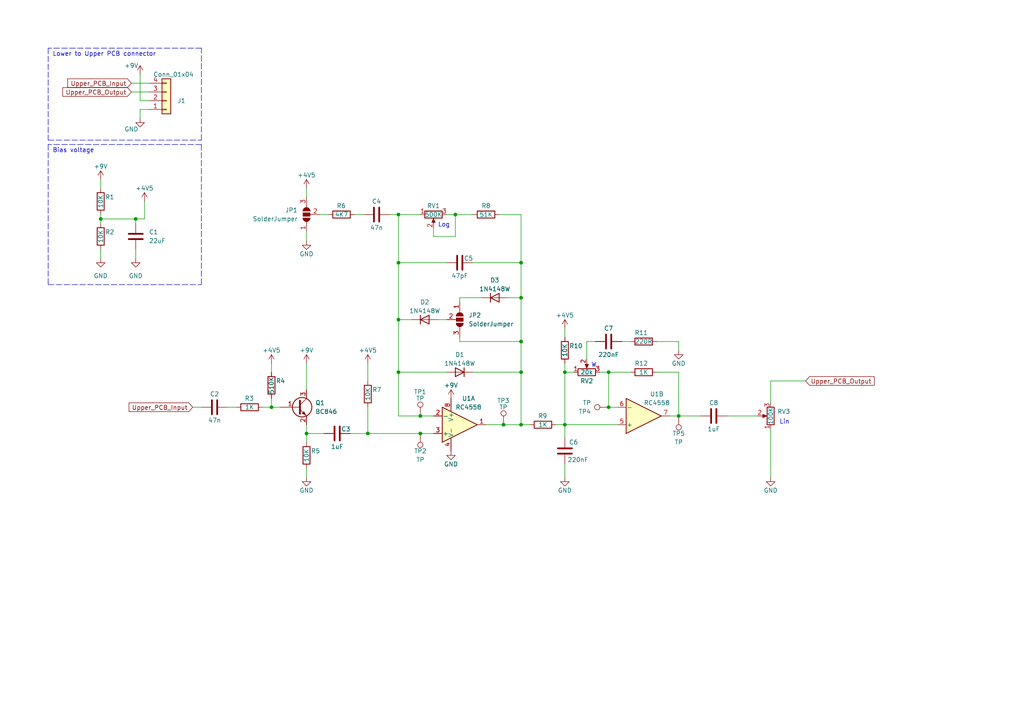
<source format=kicad_sch>
(kicad_sch (version 20211123) (generator eeschema)
  (paper "A4")
  (title_block (title "PedalDev_UpperRaw") (date "2022-02-21") (company "Binary-6"))
  (lib_symbols
    (symbol "+4V5_1" (power) (pin_names (offset 0))
      (property "Value" "+4V5_1" (at 0 3.556 0))
      (symbol "+4V5_1_0_1"
        (polyline (pts (xy -0.762 1.27) (xy 0 2.54)))
        (polyline (pts (xy 0 0) (xy 0 2.54)))
        (polyline (pts (xy 0 2.54) (xy 0.762 1.27)))
      )
      (symbol "+4V5_1_1_1"
        (pin power_in line (at 0 0 90) (length 0) hide (name "+4V5") (number "1"))
      )
    )
    (symbol "+4V5_2" (power) (pin_names (offset 0))
      (property "Value" "+4V5_2" (at 0 3.556 0))
      (symbol "+4V5_2_0_1"
        (polyline (pts (xy -0.762 1.27) (xy 0 2.54)))
        (polyline (pts (xy 0 0) (xy 0 2.54)))
        (polyline (pts (xy 0 2.54) (xy 0.762 1.27)))
      )
      (symbol "+4V5_2_1_1"
        (pin power_in line (at 0 0 90) (length 0) hide (name "+4V5") (number "1"))
      )
    )
    (symbol "+4V5_3" (power) (pin_names (offset 0))
      (property "Value" "+4V5_3" (at 0 3.556 0))
      (symbol "+4V5_3_0_1"
        (polyline (pts (xy -0.762 1.27) (xy 0 2.54)))
        (polyline (pts (xy 0 0) (xy 0 2.54)))
        (polyline (pts (xy 0 2.54) (xy 0.762 1.27)))
      )
      (symbol "+4V5_3_1_1"
        (pin power_in line (at 0 0 90) (length 0) hide (name "+4V5") (number "1"))
      )
    )
    (symbol "+4V5_4" (power) (pin_names (offset 0))
      (property "Value" "+4V5_4" (at 0 3.556 0))
      (symbol "+4V5_4_0_1"
        (polyline (pts (xy -0.762 1.27) (xy 0 2.54)))
        (polyline (pts (xy 0 0) (xy 0 2.54)))
        (polyline (pts (xy 0 2.54) (xy 0.762 1.27)))
      )
      (symbol "+4V5_4_1_1"
        (pin power_in line (at 0 0 90) (length 0) hide (name "+4V5") (number "1"))
      )
    )
    (symbol "Amplifier_Operational:RC4558" (pin_names (offset 0.127))
      (property "Reference" "U" (at 0 5.08 0))
      (property "Value" "RC4558" (at 0 -5.08 0))
      (symbol "RC4558_1_1"
        (polyline (pts (xy -5.08 5.08) (xy 5.08 0) (xy -5.08 -5.08) (xy -5.08 5.08)) (stroke (width 0.254)) (fill (type background)))
        (pin output line (at 7.62 0 180) (length 2.54) (name "~") (number "1"))
        (pin input line (at -7.62 -2.54 0) (length 2.54) (name "-") (number "2"))
        (pin input line (at -7.62 2.54 0) (length 2.54) (name "+") (number "3"))
      )
      (symbol "RC4558_2_1"
        (polyline (pts (xy -5.08 5.08) (xy 5.08 0) (xy -5.08 -5.08) (xy -5.08 5.08)) (stroke (width 0.254)) (fill (type background)))
        (pin input line (at -7.62 2.54 0) (length 2.54) (name "+") (number "5"))
        (pin input line (at -7.62 -2.54 0) (length 2.54) (name "-") (number "6"))
        (pin output line (at 7.62 0 180) (length 2.54) (name "~") (number "7"))
      )
      (symbol "RC4558_3_1"
        (pin power_in line (at -2.54 -7.62 90) (length 3.81) (name "V-") (number "4"))
        (pin power_in line (at -2.54 7.62 270) (length 3.81) (name "V+") (number "8"))
      )
    )
    (symbol "Connector:TestPoint" (pin_numbers hide) (pin_names (offset 0.762) hide)
      (property "Reference" "TP" (at 0 6.858 0))
      (property "Value" "TestPoint" (at 0 5.08 0))
      (symbol "TestPoint_0_1"
        (circle (center 0 3.302) (radius 0.762))
      )
      (symbol "TestPoint_1_1"
        (pin passive line (at 0 0 90) (length 2.54) (name "1") (number "1"))
      )
    )
    (symbol "Connector_Generic:Conn_01x04" (pin_names (offset 1.016) hide)
      (property "Reference" "J" (at 0 5.08 0))
      (property "Value" "Conn_01x04" (at 0 -7.62 0))
      (symbol "Conn_01x04_1_1"
        (rectangle (start -1.27 -4.953) (end 0 -5.207) (stroke (width 0.1524)))
        (rectangle (start -1.27 -2.413) (end 0 -2.667) (stroke (width 0.1524)))
        (rectangle (start -1.27 0.127) (end 0 -0.127) (stroke (width 0.1524)))
        (rectangle (start -1.27 2.667) (end 0 2.413) (stroke (width 0.1524)))
        (rectangle (start -1.27 3.81) (end 1.27 -6.35) (stroke (width 0.254)) (fill (type background)))
        (pin passive line (at -5.08 2.54 0) (length 3.81) (name "Pin_1") (number "1"))
        (pin passive line (at -5.08 0 0) (length 3.81) (name "Pin_2") (number "2"))
        (pin passive line (at -5.08 -2.54 0) (length 3.81) (name "Pin_3") (number "3"))
        (pin passive line (at -5.08 -5.08 0) (length 3.81) (name "Pin_4") (number "4"))
      )
    )
    (symbol "Device:C" (pin_numbers hide) (pin_names (offset 0.254))
      (property "Reference" "C" (at 0.635 2.54 0))
      (property "Value" "C" (at 0.635 -2.54 0))
      (symbol "C_0_1"
        (polyline (pts (xy -2.032 -0.762) (xy 2.032 -0.762)) (stroke (width 0.508)))
        (polyline (pts (xy -2.032 0.762) (xy 2.032 0.762)) (stroke (width 0.508)))
      )
      (symbol "C_1_1"
        (pin passive line (at 0 3.81 270) (length 2.794) (name "~") (number "1"))
        (pin passive line (at 0 -3.81 90) (length 2.794) (name "~") (number "2"))
      )
    )
    (symbol "Device:R" (pin_numbers hide) (pin_names (offset 0))
      (property "Reference" "R" (at 2.032 0 90))
      (property "Value" "R" (at 0 0 90))
      (symbol "R_0_1"
        (rectangle (start -1.016 -2.54) (end 1.016 2.54) (stroke (width 0.254)))
      )
      (symbol "R_1_1"
        (pin passive line (at 0 3.81 270) (length 1.27) (name "~") (number "1"))
        (pin passive line (at 0 -3.81 90) (length 1.27) (name "~") (number "2"))
      )
    )
    (symbol "Device:R_Potentiometer" (pin_names (offset 1.016) hide)
      (property "Reference" "RV" (at -4.445 0 90))
      (property "Value" "R_Potentiometer" (at -2.54 0 90))
      (symbol "R_Potentiometer_0_1"
        (polyline (pts (xy 2.54 0) (xy 1.524 0)))
        (polyline (pts (xy 1.143 0) (xy 2.286 0.508) (xy 2.286 -0.508) (xy 1.143 0)) (fill (type outline)))
        (rectangle (start 1.016 2.54) (end -1.016 -2.54) (stroke (width 0.254)))
      )
      (symbol "R_Potentiometer_1_1"
        (pin passive line (at 0 3.81 270) (length 1.27) (name "1") (number "1"))
        (pin passive line (at 3.81 0 180) (length 1.27) (name "2") (number "2"))
        (pin passive line (at 0 -3.81 90) (length 1.27) (name "3") (number "3"))
      )
    )
    (symbol "Diode:1N4148W" (pin_numbers hide) (pin_names (offset 1.016) hide)
      (property "Reference" "D" (at 0 2.54 0))
      (property "Value" "1N4148W" (at 0 -2.54 0))
      (symbol "1N4148W_0_1"
        (polyline (pts (xy -1.27 1.27) (xy -1.27 -1.27)) (stroke (width 0.254)))
        (polyline (pts (xy 1.27 0) (xy -1.27 0)))
        (polyline (pts (xy 1.27 1.27) (xy 1.27 -1.27) (xy -1.27 0) (xy 1.27 1.27)) (stroke (width 0.254)))
      )
      (symbol "1N4148W_1_1"
        (pin passive line (at -3.81 0 0) (length 2.54) (name "K") (number "1"))
        (pin passive line (at 3.81 0 180) (length 2.54) (name "A") (number "2"))
      )
    )
    (symbol "Jumper:SolderJumper_3_Open" (pin_names (offset 0) hide)
      (property "Reference" "JP" (at -2.54 -2.54 0))
      (property "Value" "SolderJumper_3_Open" (at 0 2.794 0))
      (symbol "SolderJumper_3_Open_0_1"
        (arc (start -1.016 1.016) (mid -2.032 0) (end -1.016 -1.016))
        (arc (start -1.016 1.016) (mid -2.032 0) (end -1.016 -1.016) (fill (type outline)))
        (rectangle (start -0.508 1.016) (end 0.508 -1.016) (fill (type outline)))
        (polyline (pts (xy -2.54 0) (xy -2.032 0)))
        (polyline (pts (xy -1.016 1.016) (xy -1.016 -1.016)))
        (polyline (pts (xy 0 -1.27) (xy 0 -1.016)))
        (polyline (pts (xy 1.016 1.016) (xy 1.016 -1.016)))
        (polyline (pts (xy 2.54 0) (xy 2.032 0)))
        (arc (start 1.016 -1.016) (mid 2.032 0) (end 1.016 1.016))
        (arc (start 1.016 -1.016) (mid 2.032 0) (end 1.016 1.016) (fill (type outline)))
      )
      (symbol "SolderJumper_3_Open_1_1"
        (pin passive line (at -5.08 0 0) (length 2.54) (name "A") (number "1"))
        (pin passive line (at 0 -3.81 90) (length 2.54) (name "C") (number "2"))
        (pin passive line (at 5.08 0 180) (length 2.54) (name "B") (number "3"))
      )
    )
    (symbol "MeineBibli:+4V5" (power) (pin_names (offset 0))
      (property "Value" "+4V5" (at 0 3.556 0))
      (symbol "+4V5_0_1"
        (polyline (pts (xy -0.762 1.27) (xy 0 2.54)))
        (polyline (pts (xy 0 0) (xy 0 2.54)))
        (polyline (pts (xy 0 2.54) (xy 0.762 1.27)))
      )
      (symbol "+4V5_1_1"
        (pin power_in line (at 0 0 90) (length 0) hide (name "+4V5") (number "1"))
      )
    )
    (symbol "Transistor_BJT:BC846" (pin_names (offset 0) hide)
      (property "Reference" "Q" (at 5.08 1.905 0))
      (property "Value" "BC846" (at 5.08 0 0))
      (symbol "BC846_0_1"
        (polyline (pts (xy 0.635 0.635) (xy 2.54 2.54)))
        (polyline (pts (xy 0.635 -0.635) (xy 2.54 -2.54) (xy 2.54 -2.54)))
        (polyline (pts (xy 0.635 1.905) (xy 0.635 -1.905) (xy 0.635 -1.905)) (stroke (width 0.508)))
        (polyline (pts (xy 1.27 -1.778) (xy 1.778 -1.27) (xy 2.286 -2.286) (xy 1.27 -1.778) (xy 1.27 -1.778)) (fill (type outline)))
        (circle (center 1.27 0) (radius 2.8194) (stroke (width 0.254)))
      )
      (symbol "BC846_1_1"
        (pin input line (at -5.08 0 0) (length 5.715) (name "B") (number "1"))
        (pin passive line (at 2.54 -5.08 90) (length 2.54) (name "E") (number "2"))
        (pin passive line (at 2.54 5.08 270) (length 2.54) (name "C") (number "3"))
      )
    )
    (symbol "power:+9V" (power) (pin_names (offset 0))
      (property "Value" "+9V" (at 0 3.556 0))
      (symbol "+9V_0_1"
        (polyline (pts (xy -0.762 1.27) (xy 0 2.54)))
        (polyline (pts (xy 0 0) (xy 0 2.54)))
        (polyline (pts (xy 0 2.54) (xy 0.762 1.27)))
      )
      (symbol "+9V_1_1"
        (pin power_in line (at 0 0 90) (length 0) hide (name "+9V") (number "1"))
      )
    )
    (symbol "power:GND" (power) (pin_names (offset 0))
      (property "Value" "GND" (at 0 -3.81 0))
      (symbol "GND_0_1"
        (polyline (pts (xy 0 0) (xy 0 -1.27) (xy 1.27 -1.27) (xy 0 -2.54) (xy -1.27 -1.27) (xy 0 -1.27)))
      )
      (symbol "GND_1_1"
        (pin power_in line (at 0 0 270) (length 0) hide (name "GND") (number "1"))
      )
    )
  )
  (junction (at 121.92 120.65))
  (junction (at 151.13 99.06))
  (junction (at 88.9 125.73))
  (junction (at 176.53 107.95))
  (junction (at 121.92 125.73))
  (junction (at 151.13 107.95))
  (junction (at 78.74 118.11))
  (junction (at 115.57 76.2))
  (junction (at 115.57 92.71))
  (junction (at 196.85 120.65))
  (junction (at 176.53 118.11))
  (junction (at 39.37 63.5))
  (junction (at 146.05 123.19))
  (junction (at 115.57 107.95))
  (junction (at 151.13 123.19))
  (junction (at 115.57 62.23))
  (junction (at 151.13 76.2))
  (junction (at 29.21 63.5))
  (junction (at 106.68 125.73))
  (junction (at 132.08 62.23))
  (junction (at 163.83 123.19))
  (junction (at 163.83 107.95))
  (junction (at 151.13 86.36))
  (polyline (pts (xy 58.42 40.64) (xy 58.42 13.97)))
  (wire (pts (xy 29.21 63.5) (xy 39.37 63.5)))
  (wire (pts (xy 140.97 123.19) (xy 146.05 123.19)))
  (wire (pts (xy 43.18 31.75) (xy 40.64 31.75)))
  (wire (pts (xy 121.92 120.65) (xy 125.73 120.65)))
  (wire (pts (xy 133.35 97.79) (xy 133.35 99.06)))
  (wire (pts (xy 115.57 107.95) (xy 115.57 120.65)))
  (polyline (pts (xy 13.97 82.55) (xy 58.42 82.55)))
  (wire (pts (xy 137.16 107.95) (xy 151.13 107.95)))
  (wire (pts (xy 66.04 118.11) (xy 68.58 118.11)))
  (wire (pts (xy 92.71 62.23) (xy 95.25 62.23)))
  (wire (pts (xy 151.13 76.2) (xy 151.13 86.36)))
  (wire (pts (xy 125.73 68.58) (xy 132.08 68.58)))
  (wire (pts (xy 172.72 99.06) (xy 170.18 99.06)))
  (wire (pts (xy 40.64 21.59) (xy 40.64 29.21)))
  (polyline (pts (xy 13.97 41.91) (xy 13.97 82.55)))
  (wire (pts (xy 176.53 107.95) (xy 176.53 118.11)))
  (wire (pts (xy 113.03 62.23) (xy 115.57 62.23)))
  (wire (pts (xy 163.83 107.95) (xy 163.83 123.19)))
  (wire (pts (xy 29.21 52.07) (xy 29.21 54.61)))
  (wire (pts (xy 88.9 125.73) (xy 93.98 125.73)))
  (wire (pts (xy 161.29 123.19) (xy 163.83 123.19)))
  (wire (pts (xy 121.92 62.23) (xy 115.57 62.23)))
  (wire (pts (xy 127 92.71) (xy 129.54 92.71)))
  (wire (pts (xy 106.68 125.73) (xy 101.6 125.73)))
  (wire (pts (xy 133.35 99.06) (xy 151.13 99.06)))
  (polyline (pts (xy 13.97 40.64) (xy 58.42 40.64)))
  (wire (pts (xy 106.68 105.41) (xy 106.68 110.49)))
  (wire (pts (xy 182.88 107.95) (xy 176.53 107.95)))
  (wire (pts (xy 144.78 62.23) (xy 151.13 62.23)))
  (wire (pts (xy 115.57 92.71) (xy 115.57 107.95)))
  (polyline (pts (xy 58.42 13.97) (xy 13.97 13.97)))
  (wire (pts (xy 129.54 76.2) (xy 115.57 76.2)))
  (wire (pts (xy 88.9 105.41) (xy 88.9 113.03)))
  (wire (pts (xy 88.9 125.73) (xy 88.9 128.27)))
  (wire (pts (xy 163.83 123.19) (xy 179.07 123.19)))
  (wire (pts (xy 88.9 67.31) (xy 88.9 69.85)))
  (wire (pts (xy 223.52 110.49) (xy 233.68 110.49)))
  (wire (pts (xy 151.13 123.19) (xy 153.67 123.19)))
  (wire (pts (xy 196.85 99.06) (xy 196.85 101.6)))
  (wire (pts (xy 166.37 107.95) (xy 163.83 107.95)))
  (wire (pts (xy 146.05 123.19) (xy 151.13 123.19)))
  (wire (pts (xy 133.35 87.63) (xy 133.35 86.36)))
  (wire (pts (xy 106.68 118.11) (xy 106.68 125.73)))
  (wire (pts (xy 78.74 115.57) (xy 78.74 118.11)))
  (wire (pts (xy 41.91 63.5) (xy 39.37 63.5)))
  (wire (pts (xy 88.9 123.19) (xy 88.9 125.73)))
  (wire (pts (xy 29.21 62.23) (xy 29.21 63.5)))
  (wire (pts (xy 29.21 63.5) (xy 29.21 64.77)))
  (wire (pts (xy 102.87 62.23) (xy 105.41 62.23)))
  (wire (pts (xy 163.83 123.19) (xy 163.83 127)))
  (wire (pts (xy 115.57 107.95) (xy 129.54 107.95)))
  (wire (pts (xy 29.21 72.39) (xy 29.21 74.93)))
  (polyline (pts (xy 58.42 41.91) (xy 13.97 41.91)))
  (wire (pts (xy 106.68 125.73) (xy 121.92 125.73)))
  (wire (pts (xy 88.9 135.89) (xy 88.9 138.43)))
  (wire (pts (xy 163.83 134.62) (xy 163.83 138.43)))
  (wire (pts (xy 39.37 63.5) (xy 39.37 64.77)))
  (wire (pts (xy 55.88 118.11) (xy 58.42 118.11)))
  (wire (pts (xy 41.91 58.42) (xy 41.91 63.5)))
  (wire (pts (xy 176.53 118.11) (xy 179.07 118.11)))
  (wire (pts (xy 38.1 26.67) (xy 43.18 26.67)))
  (wire (pts (xy 190.5 99.06) (xy 196.85 99.06)))
  (wire (pts (xy 125.73 68.58) (xy 125.73 66.04)))
  (wire (pts (xy 121.92 125.73) (xy 125.73 125.73)))
  (wire (pts (xy 78.74 105.41) (xy 78.74 107.95)))
  (wire (pts (xy 194.31 120.65) (xy 196.85 120.65)))
  (wire (pts (xy 40.64 31.75) (xy 40.64 34.29)))
  (wire (pts (xy 76.2 118.11) (xy 78.74 118.11)))
  (polyline (pts (xy 58.42 41.91) (xy 58.42 82.55)))
  (wire (pts (xy 170.18 99.06) (xy 170.18 104.14)))
  (wire (pts (xy 115.57 120.65) (xy 121.92 120.65)))
  (wire (pts (xy 115.57 76.2) (xy 115.57 92.71)))
  (wire (pts (xy 163.83 95.25) (xy 163.83 97.79)))
  (wire (pts (xy 196.85 107.95) (xy 196.85 120.65)))
  (wire (pts (xy 38.1 24.13) (xy 43.18 24.13)))
  (wire (pts (xy 133.35 86.36) (xy 139.7 86.36)))
  (wire (pts (xy 132.08 68.58) (xy 132.08 62.23)))
  (wire (pts (xy 210.82 120.65) (xy 219.71 120.65)))
  (wire (pts (xy 137.16 76.2) (xy 151.13 76.2)))
  (wire (pts (xy 223.52 116.84) (xy 223.52 110.49)))
  (wire (pts (xy 39.37 72.39) (xy 39.37 74.93)))
  (wire (pts (xy 163.83 107.95) (xy 163.83 105.41)))
  (wire (pts (xy 173.99 107.95) (xy 176.53 107.95)))
  (wire (pts (xy 180.34 99.06) (xy 182.88 99.06)))
  (wire (pts (xy 151.13 107.95) (xy 151.13 123.19)))
  (wire (pts (xy 196.85 120.65) (xy 203.2 120.65)))
  (wire (pts (xy 115.57 62.23) (xy 115.57 76.2)))
  (wire (pts (xy 78.74 118.11) (xy 81.28 118.11)))
  (wire (pts (xy 40.64 29.21) (xy 43.18 29.21)))
  (wire (pts (xy 88.9 54.61) (xy 88.9 57.15)))
  (wire (pts (xy 115.57 92.71) (xy 119.38 92.71)))
  (wire (pts (xy 147.32 86.36) (xy 151.13 86.36)))
  (wire (pts (xy 132.08 62.23) (xy 129.54 62.23)))
  (wire (pts (xy 151.13 86.36) (xy 151.13 99.06)))
  (wire (pts (xy 151.13 62.23) (xy 151.13 76.2)))
  (polyline (pts (xy 13.97 13.97) (xy 13.97 40.64)))
  (wire (pts (xy 151.13 99.06) (xy 151.13 107.95)))
  (wire (pts (xy 190.5 107.95) (xy 196.85 107.95)))
  (wire (pts (xy 223.52 124.46) (xy 223.52 138.43)))
  (wire (pts (xy 132.08 62.23) (xy 137.16 62.23)))
  (text "Log" (at 127 66.04 0) (effects (font (size 1.27 1.27)) (justify left bottom)))
  (text "Lin" (at 226.06 123.19 0) (effects (font (size 1.27 1.27)) (justify left bottom)))
  (text "W" (at 171.45 106.68 0) (effects (font (size 1.27 1.27)) (justify left bottom)))
  (text "Bias voltage" (at 15.24 44.45 0) (effects (font (size 1.27 1.27)) (justify left bottom)))
  (text "Lower to Upper PCB connector" (at 15.24 16.51 0) (effects (font (size 1.27 1.27)) (justify left bottom)))
  (global_label "Upper_PCB_Input" (shape input) (at 38.1 24.13 180) (property "Intersheet References" "${INTERSHEET_REFS}" (effects hide)))
  (global_label "Upper_PCB_Output" (shape input) (at 233.68 110.49 0) (property "Intersheet References" "${INTERSHEET_REFS}" (effects hide)))
  (global_label "Upper_PCB_Input" (shape input) (at 55.88 118.11 180) (property "Intersheet References" "${INTERSHEET_REFS}" (effects hide)))
  (global_label "Upper_PCB_Output" (shape input) (at 38.1 26.67 180) (property "Intersheet References" "${INTERSHEET_REFS}" (effects hide)))
  (symbol (lib_id "power:GND") (at 39.37 74.93 0) (unit 1)
    (property "Reference" "#PWR06" (effects hide))
    (property "Value" "GND" (at 39.37 80.01 0))
  )
  (symbol (lib_id "Diode:1N4148W") (at 133.35 107.95 180) (unit 1)
    (property "Reference" "D1" (at 133.35 102.87 0))
    (property "Value" "1N4148W" (at 133.35 105.41 0))
    (property "Footprint" "MeineBib:D_SOD-123+THT" (effects hide))
    (property "Datasheet" "https://www.vishay.com/docs/85748/1n4148w.pdf" (effects hide))
    (property "LCSC" "C81598" (effects hide))
  )
  (symbol (lib_id "power:GND") (at 130.81 130.81 0) (unit 1)
    (property "Reference" "#PWR014" (effects hide))
    (property "Value" "GND" (at 130.81 134.62 0))
  )
  (symbol (lib_id "Device:R") (at 157.48 123.19 90) (unit 1)
    (property "Reference" "R9" (at 158.75 120.65 90) (effects (justify left)))
    (property "Value" "1K" (at 157.48 123.19 90))
    (property "Footprint" "Resistor_SMD:R_0603_1608Metric" (effects hide))
    (property "LCSC" "C21190" (effects hide))
  )
  (symbol (lib_id "Device:R") (at 88.9 132.08 0) (unit 1)
    (property "Reference" "R5" (at 90.17 130.81 0) (effects (justify left)))
    (property "Value" "10K" (at 88.9 132.08 90))
    (property "Footprint" "Resistor_SMD:R_0603_1608Metric" (effects hide))
    (property "LCSC" "C25804" (effects hide))
  )
  (symbol (lib_id "Device:R") (at 140.97 62.23 270) (mirror x) (unit 1)
    (property "Reference" "R8" (at 140.97 59.69 90))
    (property "Value" "51K" (at 140.97 62.23 90))
    (property "Footprint" "Resistor_SMD:R_0603_1608Metric" (effects hide))
    (property "LCSC" "C23196" (effects hide))
  )
  (symbol (lib_id "Device:C") (at 109.22 62.23 270) (unit 1)
    (property "Reference" "C4" (at 109.22 58.42 90))
    (property "Value" "47n" (at 109.22 66.04 90))
    (property "Footprint" "Capacitor_SMD:C_0603_1608Metric" (effects hide))
    (property "LCSC" "C1622" (effects hide))
  )
  (symbol (lib_id "Connector:TestPoint") (at 121.92 120.65 0) (unit 1) (in_bom no)
    (property "Reference" "TP1" (at 120.015 113.665 0) (effects (justify left)))
    (property "Value" "TP" (at 120.65 115.57 0) (effects (justify left)))
    (property "Footprint" "TestPoint:TestPoint_Pad_D2.0mm" (effects hide))
  )
  (symbol (lib_id "Amplifier_Operational:RC4558") (at 133.35 123.19 0) (mirror x) (unit 1)
    (property "Reference" "U1" (at 135.89 115.57 0))
    (property "Value" "RC4558" (at 135.89 118.11 0))
    (property "Footprint" "Package_SO:SO-8_3.9x4.9mm_P1.27mm" (effects hide))
    (property "Datasheet" "https://datasheet.lcsc.com/lcsc/1912111437_Texas-Instruments-RC4558DR_C406864.pdf" (effects hide))
    (property "LCSC" "C406864" (effects hide))
  )
  (symbol (lib_id "power:GND") (at 88.9 138.43 0) (unit 1)
    (property "Reference" "#PWR011" (effects hide))
    (property "Value" "GND" (at 88.9 142.24 0))
  )
  (symbol (lib_id "Diode:1N4148W") (at 143.51 86.36 0) (unit 1)
    (property "Reference" "D3" (at 143.51 81.28 0))
    (property "Value" "1N4148W" (at 143.51 83.82 0))
    (property "Footprint" "MeineBib:D_SOD-123+THT" (effects hide))
    (property "Datasheet" "https://www.vishay.com/docs/85748/1n4148w.pdf" (effects hide))
    (property "LCSC" "C81598" (effects hide))
  )
  (symbol (lib_id "Device:C") (at 133.35 76.2 90) (unit 1)
    (property "Reference" "C5" (at 135.89 74.93 90))
    (property "Value" "47pF" (at 133.35 80.01 90))
    (property "Footprint" "Capacitor_SMD:C_0603_1608Metric" (effects hide))
    (property "LCSC" "C1671" (effects hide))
  )
  (symbol (lib_id "Device:R") (at 29.21 68.58 0) (unit 1)
    (property "Reference" "R2" (at 30.48 67.31 0) (effects (justify left)))
    (property "Value" "10K" (at 29.21 68.58 90))
    (property "Footprint" "Resistor_SMD:R_0603_1608Metric" (effects hide))
    (property "LCSC" "C25804" (effects hide))
  )
  (symbol (lib_id "Connector:TestPoint") (at 121.92 125.73 180) (unit 1) (in_bom no)
    (property "Reference" "TP2" (at 121.92 130.81 0))
    (property "Value" "TP" (at 121.92 133.35 0))
    (property "Footprint" "TestPoint:TestPoint_Pad_D2.0mm" (effects hide))
  )
  (symbol (lib_name "+4V5_2") (lib_id "MeineBibli:+4V5") (at 78.74 105.41 0) (unit 1)
    (property "Reference" "#PWR0102" (effects hide))
    (property "Value" "+4V5" (at 78.74 101.6 0))
  )
  (symbol (lib_id "Device:R") (at 72.39 118.11 90) (unit 1)
    (property "Reference" "R3" (at 73.66 115.57 90) (effects (justify left)))
    (property "Value" "1K" (at 72.39 118.11 90))
    (property "Footprint" "Resistor_SMD:R_0603_1608Metric" (effects hide))
    (property "LCSC" "C21190" (effects hide))
  )
  (symbol (lib_id "Connector_Generic:Conn_01x04") (at 48.26 29.21 0) (mirror x) (unit 1) (in_bom no)
    (property "Reference" "J1" (at 51.435 29.2101 0) (effects (justify left)))
    (property "Value" "Conn_01x04" (at 44.45 21.59 0) (effects (justify left)))
    (property "Footprint" "Connector_JST:JST_XH_B4B-XH-A_1x04_P2.50mm_Vertical" (effects hide))
    (property "LCSC" "C144395" (effects hide))
  )
  (symbol (lib_id "power:GND") (at 223.52 138.43 0) (unit 1)
    (property "Reference" "#PWR018" (effects hide))
    (property "Value" "GND" (at 223.52 142.24 0))
  )
  (symbol (lib_name "+4V5_1") (lib_id "MeineBibli:+4V5") (at 88.9 54.61 0) (unit 1)
    (property "Reference" "#PWR0101" (effects hide))
    (property "Value" "+4V5" (at 88.9 50.8 0))
  )
  (symbol (lib_id "power:GND") (at 40.64 34.29 0) (unit 1)
    (property "Reference" "#PWR04" (effects hide))
    (property "Value" "GND" (at 38.1 37.465 0))
  )
  (symbol (lib_id "Amplifier_Operational:RC4558") (at 186.69 120.65 0) (mirror x) (unit 2)
    (property "Reference" "U1" (at 190.5 114.3 0))
    (property "Value" "RC4558" (at 190.5 116.84 0))
    (property "Footprint" "Package_SO:SO-8_3.9x4.9mm_P1.27mm" (effects hide))
    (property "Datasheet" "https://datasheet.lcsc.com/lcsc/1912111437_Texas-Instruments-RC4558DR_C406864.pdf" (effects hide))
    (property "LCSC" "C406864" (effects hide))
  )
  (symbol (lib_id "Connector:TestPoint") (at 196.85 120.65 180) (unit 1) (in_bom no)
    (property "Reference" "TP5" (at 196.85 125.73 0))
    (property "Value" "TP" (at 196.85 128.27 0))
    (property "Footprint" "TestPoint:TestPoint_Pad_D2.0mm" (effects hide))
  )
  (symbol (lib_id "Device:R") (at 106.68 114.3 0) (unit 1)
    (property "Reference" "R7" (at 107.95 113.03 0) (effects (justify left)))
    (property "Value" "10K" (at 106.68 114.3 90))
    (property "Footprint" "Resistor_SMD:R_0603_1608Metric" (effects hide))
    (property "LCSC" "C25804" (effects hide))
  )
  (symbol (lib_id "Device:C") (at 97.79 125.73 90) (unit 1)
    (property "Reference" "C3" (at 100.33 124.46 90))
    (property "Value" "1uF" (at 97.79 129.54 90))
    (property "Footprint" "Capacitor_SMD:C_0603_1608Metric" (effects hide))
    (property "LCSC" "C15849" (effects hide))
  )
  (symbol (lib_id "power:GND") (at 196.85 101.6 0) (unit 1)
    (property "Reference" "#PWR017" (effects hide))
    (property "Value" "GND" (at 196.85 105.41 0))
  )
  (symbol (lib_id "Device:C") (at 207.01 120.65 90) (unit 1)
    (property "Reference" "C8" (at 207.01 116.84 90))
    (property "Value" "1uF" (at 207.01 124.46 90))
    (property "Footprint" "Capacitor_SMD:C_0603_1608Metric" (effects hide))
    (property "LCSC" "C15849" (effects hide))
  )
  (symbol (lib_id "Connector:TestPoint") (at 176.53 118.11 90) (unit 1) (in_bom no)
    (property "Reference" "TP4" (at 171.45 119.38 90) (effects (justify left)))
    (property "Value" "TP" (at 171.45 116.84 90) (effects (justify left)))
    (property "Footprint" "TestPoint:TestPoint_Pad_D2.0mm" (effects hide))
  )
  (symbol (lib_id "Jumper:SolderJumper_3_Open") (at 133.35 92.71 270) (unit 1)
    (property "Reference" "JP2" (at 135.89 91.4399 90) (effects (justify left)))
    (property "Value" "SolderJumper" (at 135.89 93.9799 90) (effects (justify left)))
    (property "Footprint" "Jumper:SolderJumper-3_P1.3mm_Open_RoundedPad1.0x1.5mm_NumberLabels" (effects hide))
  )
  (symbol (lib_id "Device:R") (at 99.06 62.23 90) (unit 1)
    (property "Reference" "R6" (at 100.33 59.69 90) (effects (justify left)))
    (property "Value" "4K7" (at 99.06 62.23 90))
    (property "Footprint" "Resistor_SMD:R_0603_1608Metric" (effects hide))
    (property "LCSC" "C23162" (effects hide))
  )
  (symbol (lib_name "+4V5_3") (lib_id "MeineBibli:+4V5") (at 106.68 105.41 0) (unit 1)
    (property "Reference" "#PWR0103" (effects hide))
    (property "Value" "+4V5" (at 106.68 101.6 0))
  )
  (symbol (lib_id "Diode:1N4148W") (at 123.19 92.71 0) (unit 1)
    (property "Reference" "D2" (at 123.19 87.63 0))
    (property "Value" "1N4148W" (at 123.19 90.17 0))
    (property "Footprint" "MeineBib:D_SOD-123+THT" (effects hide))
    (property "Datasheet" "https://www.vishay.com/docs/85748/1n4148w.pdf" (effects hide))
    (property "LCSC" "C81598" (effects hide))
  )
  (symbol (lib_id "Connector:TestPoint") (at 146.05 123.19 0) (unit 1) (in_bom no)
    (property "Reference" "TP3" (at 144.145 116.205 0) (effects (justify left)))
    (property "Value" "TP" (at 144.78 118.11 0) (effects (justify left)))
    (property "Footprint" "TestPoint:TestPoint_Pad_D2.0mm" (effects hide))
  )
  (symbol (lib_name "+4V5_4") (lib_id "MeineBibli:+4V5") (at 163.83 95.25 0) (unit 1)
    (property "Reference" "#PWR0104" (effects hide))
    (property "Value" "+4V5" (at 163.83 91.44 0))
  )
  (symbol (lib_id "power:GND") (at 88.9 69.85 0) (unit 1)
    (property "Reference" "#PWR09" (effects hide))
    (property "Value" "GND" (at 88.9 73.66 0))
  )
  (symbol (lib_id "Device:C") (at 62.23 118.11 90) (unit 1)
    (property "Reference" "C2" (at 62.23 114.3 90))
    (property "Value" "47n" (at 62.23 121.92 90))
    (property "Footprint" "Capacitor_SMD:C_0603_1608Metric" (effects hide))
    (property "LCSC" "C1622" (effects hide))
  )
  (symbol (lib_id "Device:C") (at 163.83 130.81 0) (unit 1)
    (property "Reference" "C6" (at 166.37 128.27 0))
    (property "Value" "220nF" (at 167.64 133.35 0))
    (property "Footprint" "Capacitor_SMD:C_0603_1608Metric" (effects hide))
    (property "LCSC" "C21120" (effects hide))
  )
  (symbol (lib_id "Device:C") (at 176.53 99.06 90) (unit 1)
    (property "Reference" "C7" (at 176.53 95.25 90))
    (property "Value" "220nF" (at 176.53 102.87 90))
    (property "Footprint" "Capacitor_SMD:C_0603_1608Metric" (effects hide))
    (property "LCSC" "C21120" (effects hide))
  )
  (symbol (lib_id "Device:R") (at 29.21 58.42 0) (unit 1)
    (property "Reference" "R1" (at 30.48 57.15 0) (effects (justify left)))
    (property "Value" "10K" (at 29.21 58.42 90))
    (property "Footprint" "Resistor_SMD:R_0603_1608Metric" (effects hide))
    (property "LCSC" "C25804" (effects hide))
  )
  (symbol (lib_id "power:+9V") (at 130.81 115.57 0) (unit 1)
    (property "Reference" "#PWR013" (effects hide))
    (property "Value" "+9V" (at 130.81 111.76 0))
  )
  (symbol (lib_id "power:GND") (at 29.21 74.93 0) (unit 1)
    (property "Reference" "#PWR02" (effects hide))
    (property "Value" "GND" (at 29.21 80.01 0))
  )
  (symbol (lib_id "Amplifier_Operational:RC4558") (at 133.35 123.19 0) (unit 3)
    (property "Reference" "U1" (effects hide))
    (property "Value" "RC4558" (effects hide))
    (property "Footprint" "Package_SO:SO-8_3.9x4.9mm_P1.27mm" (effects hide))
    (property "Datasheet" "https://datasheet.lcsc.com/lcsc/1912111437_Texas-Instruments-RC4558DR_C406864.pdf" (effects hide))
    (property "LCSC" "C406864" (effects hide))
  )
  (symbol (lib_id "Device:R") (at 163.83 101.6 0) (unit 1)
    (property "Reference" "R10" (at 165.1 100.33 0) (effects (justify left)))
    (property "Value" "10K" (at 163.83 101.6 90))
    (property "Footprint" "Resistor_SMD:R_0603_1608Metric" (effects hide))
    (property "LCSC" "C25804" (effects hide))
  )
  (symbol (lib_id "power:+9V") (at 29.21 52.07 0) (unit 1)
    (property "Reference" "#PWR01" (effects hide))
    (property "Value" "+9V" (at 29.21 48.26 0))
  )
  (symbol (lib_id "power:GND") (at 163.83 138.43 0) (unit 1)
    (property "Reference" "#PWR016" (effects hide))
    (property "Value" "GND" (at 163.83 142.24 0))
  )
  (symbol (lib_id "MeineBibli:+4V5") (at 41.91 58.42 0) (unit 1)
    (property "Reference" "#PWR0105" (effects hide))
    (property "Value" "+4V5" (at 41.91 54.61 0))
  )
  (symbol (lib_id "Device:C") (at 39.37 68.58 0) (unit 1)
    (property "Reference" "C1" (at 43.18 67.3099 0) (effects (justify left)))
    (property "Value" "22uF" (at 43.18 69.8499 0) (effects (justify left)))
    (property "Footprint" "Capacitor_SMD:C_1206_3216Metric" (effects hide))
    (property "LCSC" "C12891" (effects hide))
  )
  (symbol (lib_id "Device:R") (at 186.69 107.95 90) (unit 1)
    (property "Reference" "R12" (at 187.96 105.41 90) (effects (justify left)))
    (property "Value" "1K" (at 186.69 107.95 90))
    (property "Footprint" "Resistor_SMD:R_0603_1608Metric" (effects hide))
    (property "LCSC" "C21190" (effects hide))
  )
  (symbol (lib_id "Transistor_BJT:BC846") (at 86.36 118.11 0) (unit 1)
    (property "Reference" "Q1" (at 91.44 116.8399 0) (effects (justify left)))
    (property "Value" "BC846" (at 91.44 119.3799 0) (effects (justify left)))
    (property "Footprint" "Package_TO_SOT_SMD:SOT-23" (effects hide))
    (property "Datasheet" "https://assets.nexperia.com/documents/data-sheet/BC846_SER.pdf" (effects hide))
    (property "LCSC" "C87062" (effects hide))
  )
  (symbol (lib_id "Jumper:SolderJumper_3_Open") (at 88.9 62.23 90) (unit 1)
    (property "Reference" "JP1" (at 86.36 60.9599 90) (effects (justify left)))
    (property "Value" "SolderJumper" (at 86.36 63.4999 90) (effects (justify left)))
    (property "Footprint" "Jumper:SolderJumper-3_P1.3mm_Open_RoundedPad1.0x1.5mm_NumberLabels" (effects hide))
  )
  (symbol (lib_id "Device:R") (at 78.74 111.76 0) (unit 1)
    (property "Reference" "R4" (at 80.01 110.49 0) (effects (justify left)))
    (property "Value" "510K" (at 78.74 111.76 90))
    (property "Footprint" "Resistor_SMD:R_0603_1608Metric" (effects hide))
    (property "LCSC" "C23192" (effects hide))
  )
  (symbol (lib_id "Device:R_Potentiometer") (at 125.73 62.23 90) (mirror x) (unit 1)
    (property "Reference" "RV1" (at 125.73 59.69 90))
    (property "Value" "500K" (at 125.73 62.23 90))
    (property "Footprint" "Potentiometer_THT:Potentiometer_Alpha_RD901F-40-00D_Single_Vertical" (effects hide))
  )
  (symbol (lib_id "Device:R") (at 186.69 99.06 90) (unit 1)
    (property "Reference" "R11" (at 187.96 96.52 90) (effects (justify left)))
    (property "Value" "220R" (at 186.69 99.06 90))
    (property "Footprint" "Resistor_SMD:R_0603_1608Metric" (effects hide))
    (property "LCSC" "C22962" (effects hide))
  )
  (symbol (lib_id "Device:R_Potentiometer") (at 223.52 120.65 180) (unit 1)
    (property "Reference" "RV3" (at 227.33 119.38 0))
    (property "Value" "100K" (at 223.52 120.65 90))
    (property "Footprint" "Potentiometer_THT:Potentiometer_Alpha_RD901F-40-00D_Single_Vertical" (effects hide))
  )
  (symbol (lib_id "Device:R_Potentiometer") (at 170.18 107.95 90) (unit 1)
    (property "Reference" "RV2" (at 170.18 110.49 90))
    (property "Value" "20k" (at 170.18 107.95 90))
    (property "Footprint" "Potentiometer_THT:Potentiometer_Alpha_RD901F-40-00D_Single_Vertical" (effects hide))
  )
  (symbol (lib_id "power:+9V") (at 40.64 21.59 0) (unit 1)
    (property "Reference" "#PWR03" (effects hide))
    (property "Value" "+9V" (at 38.1 19.05 0))
  )
  (symbol (lib_id "power:+9V") (at 88.9 105.41 0) (unit 1)
    (property "Reference" "#PWR010" (effects hide))
    (property "Value" "+9V" (at 88.9 101.6 0))
  )
)
</source>
